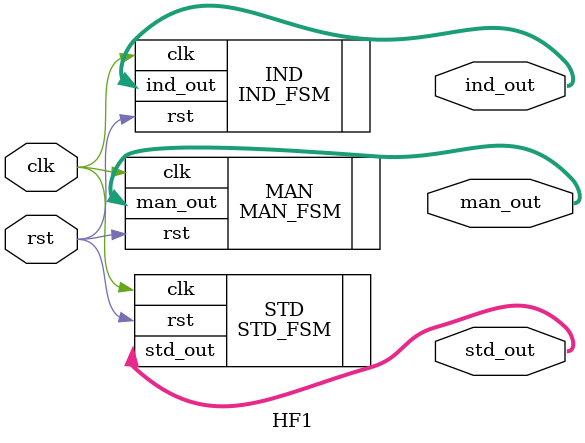
<source format=v>
`timescale 1ns / 1ps

module HF1(
    input clk,
    input rst,
    output [2:0] man_out,
    output [2:0] std_out,
    output [2:0] ind_out
    );

MAN_FSM MAN(.clk(clk), .rst(rst), .man_out(man_out));
STD_FSM STD(.clk(clk), .rst(rst), .std_out(std_out));
IND_FSM IND(.clk(clk), .rst(rst), .ind_out(ind_out));

endmodule

</source>
